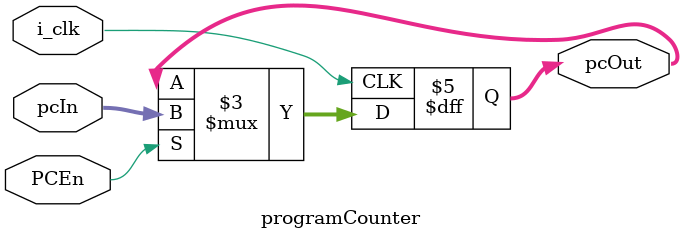
<source format=v>
`timescale 1ns / 1ps


module programCounter(
input   i_clk,
input PCEn,
input [31:0] pcIn,
output reg [31:0] pcOut
    );

initial
   pcOut <= 0; 
    
always @(posedge i_clk)
begin
if(PCEn)
    pcOut <= pcIn;
end   

    
endmodule

</source>
